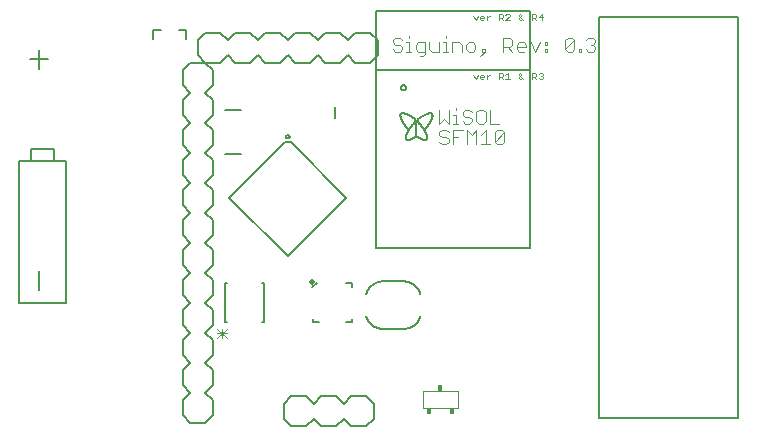
<source format=gto>
G75*
%MOIN*%
%OFA0B0*%
%FSLAX25Y25*%
%IPPOS*%
%LPD*%
%AMOC8*
5,1,8,0,0,1.08239X$1,22.5*
%
%ADD10C,0.00400*%
%ADD11C,0.00500*%
%ADD12C,0.00800*%
%ADD13C,0.02000*%
%ADD14C,0.00200*%
%ADD15C,0.00394*%
%ADD16R,0.01575X0.01969*%
%ADD17C,0.00600*%
%ADD18C,0.00300*%
D10*
X0169298Y0106011D02*
X0170066Y0105243D01*
X0171600Y0105243D01*
X0172368Y0106011D01*
X0172368Y0106778D01*
X0171600Y0107545D01*
X0170066Y0107545D01*
X0169298Y0108313D01*
X0169298Y0109080D01*
X0170066Y0109847D01*
X0171600Y0109847D01*
X0172368Y0109080D01*
X0173902Y0109847D02*
X0176972Y0109847D01*
X0178506Y0109847D02*
X0180041Y0108313D01*
X0181576Y0109847D01*
X0181576Y0105243D01*
X0183110Y0105243D02*
X0186179Y0105243D01*
X0184645Y0105243D02*
X0184645Y0109847D01*
X0183110Y0108313D01*
X0187714Y0109080D02*
X0188481Y0109847D01*
X0190016Y0109847D01*
X0190783Y0109080D01*
X0187714Y0106011D01*
X0188481Y0105243D01*
X0190016Y0105243D01*
X0190783Y0106011D01*
X0190783Y0109080D01*
X0187714Y0109080D02*
X0187714Y0106011D01*
X0178506Y0105243D02*
X0178506Y0109847D01*
X0177739Y0111936D02*
X0176972Y0112704D01*
X0177739Y0111936D02*
X0179274Y0111936D01*
X0180041Y0112704D01*
X0180041Y0113471D01*
X0179274Y0114238D01*
X0177739Y0114238D01*
X0176972Y0115005D01*
X0176972Y0115773D01*
X0177739Y0116540D01*
X0179274Y0116540D01*
X0180041Y0115773D01*
X0181576Y0115773D02*
X0181576Y0112704D01*
X0182343Y0111936D01*
X0183878Y0111936D01*
X0184645Y0112704D01*
X0184645Y0115773D01*
X0183878Y0116540D01*
X0182343Y0116540D01*
X0181576Y0115773D01*
X0186179Y0116540D02*
X0186179Y0111936D01*
X0189249Y0111936D01*
X0175437Y0111936D02*
X0173902Y0111936D01*
X0174670Y0111936D02*
X0174670Y0115005D01*
X0173902Y0115005D01*
X0174670Y0116540D02*
X0174670Y0117307D01*
X0172368Y0116540D02*
X0172368Y0111936D01*
X0170833Y0113471D01*
X0169298Y0111936D01*
X0169298Y0116540D01*
X0173902Y0109847D02*
X0173902Y0105243D01*
X0173902Y0107545D02*
X0175437Y0107545D01*
X0182827Y0134417D02*
X0184361Y0135952D01*
X0183594Y0135952D01*
X0183594Y0136719D01*
X0184361Y0136719D01*
X0184361Y0135952D01*
X0181292Y0136719D02*
X0181292Y0138254D01*
X0180525Y0139021D01*
X0178990Y0139021D01*
X0178223Y0138254D01*
X0178223Y0136719D01*
X0178990Y0135952D01*
X0180525Y0135952D01*
X0181292Y0136719D01*
X0176688Y0135952D02*
X0176688Y0138254D01*
X0175921Y0139021D01*
X0173619Y0139021D01*
X0173619Y0135952D01*
X0172084Y0135952D02*
X0170550Y0135952D01*
X0171317Y0135952D02*
X0171317Y0139021D01*
X0170550Y0139021D01*
X0169015Y0139021D02*
X0169015Y0135952D01*
X0166713Y0135952D01*
X0165946Y0136719D01*
X0165946Y0139021D01*
X0164411Y0139021D02*
X0162109Y0139021D01*
X0161342Y0138254D01*
X0161342Y0136719D01*
X0162109Y0135952D01*
X0164411Y0135952D01*
X0164411Y0135185D02*
X0164411Y0139021D01*
X0159040Y0139021D02*
X0159040Y0135952D01*
X0159807Y0135952D02*
X0158272Y0135952D01*
X0156738Y0136719D02*
X0156738Y0137487D01*
X0155970Y0138254D01*
X0154436Y0138254D01*
X0153669Y0139021D01*
X0153669Y0139789D01*
X0154436Y0140556D01*
X0155970Y0140556D01*
X0156738Y0139789D01*
X0158272Y0139021D02*
X0159040Y0139021D01*
X0159040Y0140556D02*
X0159040Y0141323D01*
X0156738Y0136719D02*
X0155970Y0135952D01*
X0154436Y0135952D01*
X0153669Y0136719D01*
X0162876Y0134417D02*
X0163644Y0134417D01*
X0164411Y0135185D01*
X0171317Y0140556D02*
X0171317Y0141323D01*
X0190500Y0140556D02*
X0190500Y0135952D01*
X0190500Y0137487D02*
X0192802Y0137487D01*
X0193569Y0138254D01*
X0193569Y0139789D01*
X0192802Y0140556D01*
X0190500Y0140556D01*
X0192035Y0137487D02*
X0193569Y0135952D01*
X0195104Y0136719D02*
X0195104Y0138254D01*
X0195871Y0139021D01*
X0197406Y0139021D01*
X0198173Y0138254D01*
X0198173Y0137487D01*
X0195104Y0137487D01*
X0195104Y0136719D02*
X0195871Y0135952D01*
X0197406Y0135952D01*
X0201242Y0135952D02*
X0202777Y0139021D01*
X0204312Y0139021D02*
X0204312Y0138254D01*
X0205079Y0138254D01*
X0205079Y0139021D01*
X0204312Y0139021D01*
X0201242Y0135952D02*
X0199708Y0139021D01*
X0204312Y0136719D02*
X0204312Y0135952D01*
X0205079Y0135952D01*
X0205079Y0136719D01*
X0204312Y0136719D01*
X0211218Y0136719D02*
X0214287Y0139789D01*
X0214287Y0136719D01*
X0213520Y0135952D01*
X0211985Y0135952D01*
X0211218Y0136719D01*
X0211218Y0139789D01*
X0211985Y0140556D01*
X0213520Y0140556D01*
X0214287Y0139789D01*
X0218123Y0139789D02*
X0218891Y0140556D01*
X0220425Y0140556D01*
X0221193Y0139789D01*
X0221193Y0139021D01*
X0220425Y0138254D01*
X0221193Y0137487D01*
X0221193Y0136719D01*
X0220425Y0135952D01*
X0218891Y0135952D01*
X0218123Y0136719D01*
X0216589Y0136719D02*
X0216589Y0135952D01*
X0215821Y0135952D01*
X0215821Y0136719D01*
X0216589Y0136719D01*
X0219658Y0138254D02*
X0220425Y0138254D01*
D11*
X0222366Y0147563D02*
X0268823Y0147563D01*
X0268823Y0013705D01*
X0222366Y0013705D01*
X0222366Y0147563D01*
X0199413Y0149531D02*
X0199413Y0129846D01*
X0199413Y0070398D01*
X0148232Y0070398D01*
X0148232Y0129846D01*
X0148232Y0149531D01*
X0199413Y0149531D01*
X0199413Y0129846D02*
X0148232Y0129846D01*
X0156407Y0123941D02*
X0156409Y0124000D01*
X0156415Y0124058D01*
X0156425Y0124116D01*
X0156438Y0124173D01*
X0156456Y0124230D01*
X0156477Y0124285D01*
X0156502Y0124338D01*
X0156530Y0124389D01*
X0156561Y0124439D01*
X0156596Y0124486D01*
X0156634Y0124531D01*
X0156675Y0124574D01*
X0156719Y0124613D01*
X0156765Y0124649D01*
X0156813Y0124683D01*
X0156864Y0124713D01*
X0156917Y0124739D01*
X0156971Y0124762D01*
X0157026Y0124781D01*
X0157083Y0124797D01*
X0157141Y0124809D01*
X0157199Y0124817D01*
X0157258Y0124821D01*
X0157316Y0124821D01*
X0157375Y0124817D01*
X0157433Y0124809D01*
X0157491Y0124797D01*
X0157548Y0124781D01*
X0157603Y0124762D01*
X0157657Y0124739D01*
X0157710Y0124713D01*
X0157761Y0124683D01*
X0157809Y0124649D01*
X0157855Y0124613D01*
X0157899Y0124574D01*
X0157940Y0124531D01*
X0157978Y0124486D01*
X0158013Y0124439D01*
X0158044Y0124389D01*
X0158072Y0124338D01*
X0158097Y0124285D01*
X0158118Y0124230D01*
X0158136Y0124173D01*
X0158149Y0124116D01*
X0158159Y0124058D01*
X0158165Y0124000D01*
X0158167Y0123941D01*
X0158165Y0123882D01*
X0158159Y0123824D01*
X0158149Y0123766D01*
X0158136Y0123709D01*
X0158118Y0123652D01*
X0158097Y0123597D01*
X0158072Y0123544D01*
X0158044Y0123493D01*
X0158013Y0123443D01*
X0157978Y0123396D01*
X0157940Y0123351D01*
X0157899Y0123308D01*
X0157855Y0123269D01*
X0157809Y0123233D01*
X0157761Y0123199D01*
X0157710Y0123169D01*
X0157657Y0123143D01*
X0157603Y0123120D01*
X0157548Y0123101D01*
X0157491Y0123085D01*
X0157433Y0123073D01*
X0157375Y0123065D01*
X0157316Y0123061D01*
X0157258Y0123061D01*
X0157199Y0123065D01*
X0157141Y0123073D01*
X0157083Y0123085D01*
X0157026Y0123101D01*
X0156971Y0123120D01*
X0156917Y0123143D01*
X0156864Y0123169D01*
X0156813Y0123199D01*
X0156765Y0123233D01*
X0156719Y0123269D01*
X0156675Y0123308D01*
X0156634Y0123351D01*
X0156596Y0123396D01*
X0156561Y0123443D01*
X0156530Y0123493D01*
X0156502Y0123544D01*
X0156477Y0123597D01*
X0156456Y0123652D01*
X0156438Y0123709D01*
X0156425Y0123766D01*
X0156415Y0123824D01*
X0156409Y0123882D01*
X0156407Y0123941D01*
X0166140Y0112456D02*
X0165989Y0112209D01*
X0165833Y0111966D01*
X0165671Y0111726D01*
X0165504Y0111490D01*
X0165332Y0111257D01*
X0165154Y0111029D01*
X0164972Y0110805D01*
X0164784Y0110585D01*
X0164591Y0110369D01*
X0164394Y0110157D01*
X0164191Y0109951D01*
X0162386Y0112178D02*
X0161829Y0112734D01*
X0161618Y0112917D02*
X0161618Y0107799D01*
X0158066Y0107723D02*
X0158052Y0107663D01*
X0158042Y0107601D01*
X0158035Y0107539D01*
X0158031Y0107476D01*
X0158031Y0107414D01*
X0158035Y0107351D01*
X0158042Y0107289D01*
X0158052Y0107227D01*
X0158066Y0107167D01*
X0158067Y0107167D02*
X0158082Y0107114D01*
X0158102Y0107063D01*
X0158125Y0107013D01*
X0158151Y0106965D01*
X0158181Y0106918D01*
X0158214Y0106874D01*
X0158250Y0106833D01*
X0158289Y0106794D01*
X0158330Y0106758D01*
X0158374Y0106725D01*
X0158421Y0106695D01*
X0158469Y0106669D01*
X0158519Y0106646D01*
X0158570Y0106626D01*
X0158623Y0106611D01*
X0164891Y0108559D02*
X0164945Y0108423D01*
X0164997Y0108285D01*
X0165045Y0108146D01*
X0165089Y0108006D01*
X0165131Y0107866D01*
X0165169Y0107724D01*
X0165169Y0107167D02*
X0165154Y0107114D01*
X0165134Y0107063D01*
X0165111Y0107013D01*
X0165085Y0106965D01*
X0165055Y0106918D01*
X0165022Y0106874D01*
X0164986Y0106833D01*
X0164947Y0106794D01*
X0164906Y0106758D01*
X0164862Y0106725D01*
X0164815Y0106695D01*
X0164767Y0106669D01*
X0164717Y0106646D01*
X0164666Y0106626D01*
X0164613Y0106611D01*
X0158345Y0108559D02*
X0158291Y0108423D01*
X0158239Y0108285D01*
X0158191Y0108146D01*
X0158147Y0108006D01*
X0158105Y0107866D01*
X0158067Y0107724D01*
X0158624Y0106609D02*
X0158684Y0106595D01*
X0158746Y0106585D01*
X0158808Y0106578D01*
X0158871Y0106574D01*
X0158933Y0106574D01*
X0158996Y0106578D01*
X0159058Y0106585D01*
X0159120Y0106595D01*
X0159180Y0106609D01*
X0164335Y0109672D02*
X0164439Y0109493D01*
X0164538Y0109310D01*
X0164633Y0109126D01*
X0164724Y0108939D01*
X0164810Y0108750D01*
X0164892Y0108559D01*
X0164612Y0106609D02*
X0164552Y0106595D01*
X0164490Y0106585D01*
X0164428Y0106578D01*
X0164365Y0106574D01*
X0164303Y0106574D01*
X0164240Y0106578D01*
X0164178Y0106585D01*
X0164116Y0106595D01*
X0164056Y0106609D01*
X0165170Y0107167D02*
X0165184Y0107227D01*
X0165194Y0107289D01*
X0165201Y0107351D01*
X0165205Y0107414D01*
X0165205Y0107476D01*
X0165201Y0107539D01*
X0165194Y0107601D01*
X0165184Y0107663D01*
X0165170Y0107723D01*
X0158902Y0109672D02*
X0158798Y0109493D01*
X0158699Y0109310D01*
X0158604Y0109126D01*
X0158513Y0108939D01*
X0158427Y0108750D01*
X0158345Y0108559D01*
X0158210Y0115240D02*
X0158074Y0115294D01*
X0157936Y0115346D01*
X0157797Y0115394D01*
X0157657Y0115438D01*
X0157517Y0115480D01*
X0157375Y0115518D01*
X0156818Y0115518D02*
X0156765Y0115503D01*
X0156714Y0115483D01*
X0156664Y0115460D01*
X0156616Y0115434D01*
X0156569Y0115404D01*
X0156525Y0115371D01*
X0156484Y0115335D01*
X0156445Y0115296D01*
X0156409Y0115255D01*
X0156376Y0115211D01*
X0156346Y0115164D01*
X0156320Y0115116D01*
X0156297Y0115066D01*
X0156277Y0115015D01*
X0156262Y0114962D01*
X0156818Y0115519D02*
X0156878Y0115533D01*
X0156940Y0115543D01*
X0157002Y0115550D01*
X0157065Y0115554D01*
X0157127Y0115554D01*
X0157190Y0115550D01*
X0157252Y0115543D01*
X0157314Y0115533D01*
X0157374Y0115519D01*
X0156260Y0114961D02*
X0156246Y0114901D01*
X0156236Y0114839D01*
X0156229Y0114777D01*
X0156225Y0114714D01*
X0156225Y0114652D01*
X0156229Y0114589D01*
X0156236Y0114527D01*
X0156246Y0114465D01*
X0156260Y0114405D01*
X0159180Y0106610D02*
X0159322Y0106648D01*
X0159462Y0106690D01*
X0159602Y0106734D01*
X0159741Y0106782D01*
X0159879Y0106834D01*
X0160015Y0106888D01*
X0159323Y0114683D02*
X0159144Y0114787D01*
X0158961Y0114886D01*
X0158777Y0114981D01*
X0158590Y0115072D01*
X0158401Y0115158D01*
X0158210Y0115240D01*
X0166140Y0112456D02*
X0166244Y0112635D01*
X0166343Y0112818D01*
X0166438Y0113002D01*
X0166529Y0113189D01*
X0166615Y0113378D01*
X0166697Y0113569D01*
X0166418Y0115519D02*
X0166358Y0115533D01*
X0166296Y0115543D01*
X0166234Y0115550D01*
X0166171Y0115554D01*
X0166109Y0115554D01*
X0166046Y0115550D01*
X0165984Y0115543D01*
X0165922Y0115533D01*
X0165862Y0115519D01*
X0166418Y0115518D02*
X0166471Y0115503D01*
X0166522Y0115483D01*
X0166572Y0115460D01*
X0166620Y0115434D01*
X0166667Y0115404D01*
X0166711Y0115371D01*
X0166752Y0115335D01*
X0166791Y0115296D01*
X0166827Y0115255D01*
X0166860Y0115211D01*
X0166890Y0115164D01*
X0166916Y0115116D01*
X0166939Y0115066D01*
X0166959Y0115015D01*
X0166974Y0114962D01*
X0166976Y0114961D02*
X0166990Y0114901D01*
X0167000Y0114839D01*
X0167007Y0114777D01*
X0167011Y0114714D01*
X0167011Y0114652D01*
X0167007Y0114589D01*
X0167000Y0114527D01*
X0166990Y0114465D01*
X0166976Y0114405D01*
X0164056Y0106610D02*
X0163914Y0106648D01*
X0163774Y0106690D01*
X0163634Y0106734D01*
X0163495Y0106782D01*
X0163357Y0106834D01*
X0163221Y0106888D01*
X0165026Y0115240D02*
X0165162Y0115294D01*
X0165300Y0115346D01*
X0165439Y0115394D01*
X0165579Y0115438D01*
X0165719Y0115480D01*
X0165861Y0115518D01*
X0157096Y0112456D02*
X0156992Y0112635D01*
X0156893Y0112818D01*
X0156798Y0113002D01*
X0156707Y0113189D01*
X0156621Y0113378D01*
X0156539Y0113569D01*
X0160850Y0112178D02*
X0161407Y0112734D01*
X0166697Y0113570D02*
X0166751Y0113706D01*
X0166803Y0113844D01*
X0166851Y0113983D01*
X0166895Y0114123D01*
X0166937Y0114263D01*
X0166975Y0114405D01*
X0163221Y0106888D02*
X0162960Y0107031D01*
X0162703Y0107180D01*
X0162450Y0107336D01*
X0162200Y0107497D01*
X0161955Y0107665D01*
X0161713Y0107839D01*
X0163913Y0114684D02*
X0164092Y0114788D01*
X0164275Y0114887D01*
X0164459Y0114982D01*
X0164646Y0115073D01*
X0164835Y0115159D01*
X0165026Y0115241D01*
X0156540Y0113570D02*
X0156486Y0113706D01*
X0156434Y0113844D01*
X0156386Y0113983D01*
X0156342Y0114123D01*
X0156300Y0114263D01*
X0156262Y0114405D01*
X0160015Y0106889D02*
X0160275Y0107032D01*
X0160532Y0107181D01*
X0160786Y0107337D01*
X0161035Y0107498D01*
X0161281Y0107666D01*
X0161522Y0107839D01*
X0164335Y0109673D02*
X0164184Y0109919D01*
X0164028Y0110163D01*
X0163866Y0110403D01*
X0163699Y0110639D01*
X0163527Y0110871D01*
X0163349Y0111100D01*
X0163166Y0111324D01*
X0162979Y0111544D01*
X0162786Y0111760D01*
X0162588Y0111971D01*
X0162386Y0112178D01*
X0159045Y0109950D02*
X0158843Y0110157D01*
X0158645Y0110368D01*
X0158452Y0110584D01*
X0158265Y0110804D01*
X0158082Y0111028D01*
X0157904Y0111257D01*
X0157732Y0111489D01*
X0157565Y0111725D01*
X0157403Y0111965D01*
X0157247Y0112209D01*
X0157096Y0112455D01*
X0159323Y0114683D02*
X0159570Y0114532D01*
X0159813Y0114376D01*
X0160053Y0114214D01*
X0160289Y0114047D01*
X0160522Y0113875D01*
X0160750Y0113697D01*
X0160974Y0113515D01*
X0161194Y0113327D01*
X0161410Y0113134D01*
X0161622Y0112937D01*
X0161828Y0112734D01*
X0161407Y0112734D02*
X0161614Y0112936D01*
X0161825Y0113134D01*
X0162041Y0113327D01*
X0162261Y0113514D01*
X0162485Y0113697D01*
X0162714Y0113875D01*
X0162946Y0114047D01*
X0163182Y0114214D01*
X0163422Y0114376D01*
X0163666Y0114532D01*
X0163912Y0114683D01*
X0160851Y0112177D02*
X0160648Y0111971D01*
X0160451Y0111759D01*
X0160258Y0111543D01*
X0160070Y0111323D01*
X0159888Y0111099D01*
X0159710Y0110871D01*
X0159538Y0110638D01*
X0159371Y0110402D01*
X0159209Y0110162D01*
X0159053Y0109919D01*
X0158902Y0109672D01*
X0134404Y0113916D02*
X0134404Y0117666D01*
X0044807Y0099531D02*
X0044807Y0052287D01*
X0029059Y0052287D01*
X0029059Y0099531D01*
X0032996Y0099531D01*
X0032996Y0103469D01*
X0040870Y0103469D01*
X0040870Y0099531D01*
X0044807Y0099531D01*
X0040870Y0099531D02*
X0032996Y0099531D01*
D12*
X0083705Y0014709D02*
X0086205Y0012209D01*
X0091205Y0012209D01*
X0093705Y0014709D01*
X0093705Y0019709D01*
X0091205Y0022209D01*
X0093705Y0024709D01*
X0093705Y0029709D01*
X0091205Y0032209D01*
X0093705Y0034709D01*
X0093705Y0039709D01*
X0091205Y0042209D01*
X0093705Y0044709D01*
X0093705Y0049709D01*
X0091205Y0052209D01*
X0093705Y0054709D01*
X0093705Y0059709D01*
X0091205Y0062209D01*
X0093705Y0064709D01*
X0093705Y0069709D01*
X0091205Y0072209D01*
X0093705Y0074709D01*
X0093705Y0079709D01*
X0091205Y0082209D01*
X0093705Y0084709D01*
X0093705Y0089709D01*
X0091205Y0092209D01*
X0093705Y0094709D01*
X0093705Y0099709D01*
X0091205Y0102209D01*
X0093705Y0104709D01*
X0093705Y0109709D01*
X0091205Y0112209D01*
X0093705Y0114709D01*
X0093705Y0119709D01*
X0091205Y0122209D01*
X0093705Y0124709D01*
X0093705Y0129709D01*
X0091205Y0132209D01*
X0086205Y0132209D01*
X0083705Y0129709D01*
X0083705Y0124709D01*
X0086205Y0122209D01*
X0083705Y0119709D01*
X0083705Y0114709D01*
X0086205Y0112209D01*
X0083705Y0109709D01*
X0083705Y0104709D01*
X0086205Y0102209D01*
X0083705Y0099709D01*
X0083705Y0094709D01*
X0086205Y0092209D01*
X0083705Y0089709D01*
X0083705Y0084709D01*
X0086205Y0082209D01*
X0083705Y0079709D01*
X0083705Y0074709D01*
X0086205Y0072209D01*
X0083705Y0069709D01*
X0083705Y0064709D01*
X0086205Y0062209D01*
X0083705Y0059709D01*
X0083705Y0054709D01*
X0086205Y0052209D01*
X0083705Y0049709D01*
X0083705Y0044709D01*
X0086205Y0042209D01*
X0083705Y0039709D01*
X0083705Y0034709D01*
X0086205Y0032209D01*
X0083705Y0029709D01*
X0083705Y0024709D01*
X0086205Y0022209D01*
X0083705Y0019709D01*
X0083705Y0014709D01*
X0117366Y0013567D02*
X0119866Y0011067D01*
X0124866Y0011067D01*
X0127366Y0013567D01*
X0129866Y0011067D01*
X0134866Y0011067D01*
X0137366Y0013567D01*
X0139866Y0011067D01*
X0144866Y0011067D01*
X0147366Y0013567D01*
X0147366Y0018567D01*
X0144866Y0021067D01*
X0139866Y0021067D01*
X0137366Y0018567D01*
X0134866Y0021067D01*
X0129866Y0021067D01*
X0127366Y0018567D01*
X0124866Y0021067D01*
X0119866Y0021067D01*
X0117366Y0018567D01*
X0117366Y0013567D01*
X0149925Y0043626D02*
X0157799Y0043626D01*
X0157948Y0043639D01*
X0158097Y0043655D01*
X0158245Y0043675D01*
X0158392Y0043699D01*
X0158539Y0043727D01*
X0158685Y0043758D01*
X0158830Y0043794D01*
X0158975Y0043833D01*
X0159118Y0043877D01*
X0159260Y0043924D01*
X0159400Y0043974D01*
X0159539Y0044029D01*
X0159677Y0044087D01*
X0159813Y0044148D01*
X0159948Y0044214D01*
X0160081Y0044282D01*
X0160211Y0044354D01*
X0160340Y0044430D01*
X0160467Y0044509D01*
X0160592Y0044592D01*
X0160715Y0044677D01*
X0160835Y0044766D01*
X0160953Y0044858D01*
X0161068Y0044953D01*
X0161181Y0045051D01*
X0161291Y0045152D01*
X0161398Y0045256D01*
X0161503Y0045363D01*
X0161605Y0045472D01*
X0161704Y0045584D01*
X0161800Y0045699D01*
X0161893Y0045816D01*
X0161983Y0045935D01*
X0162069Y0046057D01*
X0162152Y0046181D01*
X0162233Y0046307D01*
X0162309Y0046436D01*
X0162382Y0046566D01*
X0162452Y0046698D01*
X0162519Y0046832D01*
X0162581Y0046968D01*
X0162640Y0047105D01*
X0162696Y0047244D01*
X0162748Y0047384D01*
X0162796Y0047526D01*
X0162840Y0047668D01*
X0162881Y0047812D01*
X0162917Y0047957D01*
X0162917Y0055044D02*
X0162881Y0055189D01*
X0162840Y0055332D01*
X0162796Y0055475D01*
X0162748Y0055617D01*
X0162696Y0055757D01*
X0162640Y0055896D01*
X0162581Y0056033D01*
X0162519Y0056169D01*
X0162452Y0056303D01*
X0162383Y0056435D01*
X0162309Y0056565D01*
X0162233Y0056694D01*
X0162153Y0056820D01*
X0162069Y0056944D01*
X0161983Y0057066D01*
X0161893Y0057185D01*
X0161800Y0057302D01*
X0161704Y0057417D01*
X0161605Y0057529D01*
X0161503Y0057638D01*
X0161399Y0057745D01*
X0161291Y0057849D01*
X0161181Y0057950D01*
X0161068Y0058048D01*
X0160953Y0058143D01*
X0160835Y0058235D01*
X0160715Y0058324D01*
X0160592Y0058410D01*
X0160467Y0058492D01*
X0160340Y0058571D01*
X0160211Y0058647D01*
X0160081Y0058719D01*
X0159948Y0058788D01*
X0159813Y0058853D01*
X0159677Y0058914D01*
X0159539Y0058972D01*
X0159400Y0059027D01*
X0159259Y0059077D01*
X0159118Y0059124D01*
X0158974Y0059168D01*
X0158830Y0059207D01*
X0158685Y0059243D01*
X0158539Y0059274D01*
X0158392Y0059302D01*
X0158245Y0059326D01*
X0158096Y0059346D01*
X0157948Y0059362D01*
X0157799Y0059375D01*
X0157799Y0059374D02*
X0149925Y0059374D01*
X0149776Y0059361D01*
X0149627Y0059345D01*
X0149479Y0059325D01*
X0149332Y0059301D01*
X0149185Y0059273D01*
X0149039Y0059242D01*
X0148894Y0059206D01*
X0148749Y0059167D01*
X0148606Y0059123D01*
X0148464Y0059076D01*
X0148324Y0059026D01*
X0148185Y0058971D01*
X0148047Y0058913D01*
X0147911Y0058852D01*
X0147776Y0058786D01*
X0147643Y0058718D01*
X0147513Y0058646D01*
X0147384Y0058570D01*
X0147257Y0058491D01*
X0147132Y0058408D01*
X0147009Y0058323D01*
X0146889Y0058234D01*
X0146771Y0058142D01*
X0146656Y0058047D01*
X0146543Y0057949D01*
X0146433Y0057848D01*
X0146326Y0057744D01*
X0146221Y0057637D01*
X0146119Y0057528D01*
X0146020Y0057416D01*
X0145924Y0057301D01*
X0145831Y0057184D01*
X0145741Y0057065D01*
X0145655Y0056943D01*
X0145572Y0056819D01*
X0145491Y0056693D01*
X0145415Y0056564D01*
X0145342Y0056434D01*
X0145272Y0056302D01*
X0145205Y0056168D01*
X0145143Y0056032D01*
X0145084Y0055895D01*
X0145028Y0055756D01*
X0144976Y0055616D01*
X0144928Y0055474D01*
X0144884Y0055332D01*
X0144843Y0055188D01*
X0144807Y0055043D01*
X0140099Y0057600D02*
X0140099Y0058703D01*
X0138099Y0058703D01*
X0128302Y0059000D02*
X0126902Y0057600D01*
X0127299Y0046806D02*
X0127299Y0045703D01*
X0129299Y0045703D01*
X0138099Y0045703D02*
X0140099Y0045703D01*
X0140099Y0046806D01*
X0144807Y0047956D02*
X0144843Y0047811D01*
X0144884Y0047668D01*
X0144928Y0047525D01*
X0144976Y0047383D01*
X0145028Y0047243D01*
X0145084Y0047104D01*
X0145143Y0046967D01*
X0145205Y0046831D01*
X0145272Y0046697D01*
X0145341Y0046565D01*
X0145415Y0046435D01*
X0145491Y0046306D01*
X0145571Y0046180D01*
X0145655Y0046056D01*
X0145741Y0045934D01*
X0145831Y0045815D01*
X0145924Y0045698D01*
X0146020Y0045583D01*
X0146119Y0045471D01*
X0146221Y0045362D01*
X0146325Y0045255D01*
X0146433Y0045151D01*
X0146543Y0045050D01*
X0146656Y0044952D01*
X0146771Y0044857D01*
X0146889Y0044765D01*
X0147009Y0044676D01*
X0147132Y0044590D01*
X0147257Y0044508D01*
X0147384Y0044429D01*
X0147513Y0044353D01*
X0147643Y0044281D01*
X0147776Y0044212D01*
X0147911Y0044147D01*
X0148047Y0044086D01*
X0148185Y0044028D01*
X0148324Y0043973D01*
X0148465Y0043923D01*
X0148606Y0043876D01*
X0148750Y0043832D01*
X0148894Y0043793D01*
X0149039Y0043757D01*
X0149185Y0043726D01*
X0149332Y0043698D01*
X0149479Y0043674D01*
X0149628Y0043654D01*
X0149776Y0043638D01*
X0149925Y0043625D01*
X0118705Y0067694D02*
X0099190Y0087209D01*
X0117716Y0105735D01*
X0119693Y0105735D01*
X0138220Y0087209D01*
X0118705Y0067694D01*
X0102995Y0101899D02*
X0097877Y0101899D01*
X0118175Y0107644D02*
X0118177Y0107693D01*
X0118183Y0107741D01*
X0118193Y0107789D01*
X0118207Y0107836D01*
X0118224Y0107882D01*
X0118245Y0107926D01*
X0118270Y0107968D01*
X0118298Y0108008D01*
X0118330Y0108046D01*
X0118364Y0108081D01*
X0118401Y0108113D01*
X0118440Y0108142D01*
X0118482Y0108168D01*
X0118526Y0108190D01*
X0118571Y0108208D01*
X0118618Y0108223D01*
X0118665Y0108234D01*
X0118714Y0108241D01*
X0118763Y0108244D01*
X0118812Y0108243D01*
X0118860Y0108238D01*
X0118909Y0108229D01*
X0118956Y0108216D01*
X0119002Y0108199D01*
X0119046Y0108179D01*
X0119089Y0108155D01*
X0119130Y0108128D01*
X0119168Y0108097D01*
X0119204Y0108064D01*
X0119236Y0108028D01*
X0119266Y0107989D01*
X0119293Y0107948D01*
X0119316Y0107904D01*
X0119335Y0107859D01*
X0119351Y0107813D01*
X0119363Y0107766D01*
X0119371Y0107717D01*
X0119375Y0107668D01*
X0119375Y0107620D01*
X0119371Y0107571D01*
X0119363Y0107522D01*
X0119351Y0107475D01*
X0119335Y0107429D01*
X0119316Y0107384D01*
X0119293Y0107340D01*
X0119266Y0107299D01*
X0119236Y0107260D01*
X0119204Y0107224D01*
X0119168Y0107191D01*
X0119130Y0107160D01*
X0119089Y0107133D01*
X0119046Y0107109D01*
X0119002Y0107089D01*
X0118956Y0107072D01*
X0118909Y0107059D01*
X0118860Y0107050D01*
X0118812Y0107045D01*
X0118763Y0107044D01*
X0118714Y0107047D01*
X0118665Y0107054D01*
X0118618Y0107065D01*
X0118571Y0107080D01*
X0118526Y0107098D01*
X0118482Y0107120D01*
X0118440Y0107146D01*
X0118401Y0107175D01*
X0118364Y0107207D01*
X0118330Y0107242D01*
X0118298Y0107280D01*
X0118270Y0107320D01*
X0118245Y0107362D01*
X0118224Y0107406D01*
X0118207Y0107452D01*
X0118193Y0107499D01*
X0118183Y0107547D01*
X0118177Y0107595D01*
X0118175Y0107644D01*
X0102995Y0116662D02*
X0097877Y0116662D01*
X0096205Y0132209D02*
X0091205Y0132209D01*
X0088705Y0134709D01*
X0088705Y0139709D01*
X0091205Y0142209D01*
X0096205Y0142209D01*
X0098705Y0139709D01*
X0101205Y0142209D01*
X0106205Y0142209D01*
X0108705Y0139709D01*
X0111205Y0142209D01*
X0116205Y0142209D01*
X0118705Y0139709D01*
X0121205Y0142209D01*
X0126205Y0142209D01*
X0128705Y0139709D01*
X0131205Y0142209D01*
X0136205Y0142209D01*
X0138705Y0139709D01*
X0141205Y0142209D01*
X0146205Y0142209D01*
X0148705Y0139709D01*
X0148705Y0134709D01*
X0146205Y0132209D01*
X0141205Y0132209D01*
X0138705Y0134709D01*
X0136205Y0132209D01*
X0131205Y0132209D01*
X0128705Y0134709D01*
X0126205Y0132209D01*
X0121205Y0132209D01*
X0118705Y0134709D01*
X0116205Y0132209D01*
X0111205Y0132209D01*
X0108705Y0134709D01*
X0106205Y0132209D01*
X0101205Y0132209D01*
X0098705Y0134709D01*
X0096205Y0132209D01*
X0084965Y0140083D02*
X0084965Y0143232D01*
X0082602Y0143232D01*
X0076303Y0143232D02*
X0073941Y0143232D01*
X0073941Y0140083D01*
X0038935Y0133357D02*
X0032797Y0133357D01*
X0035866Y0130287D02*
X0035866Y0136426D01*
X0035866Y0062763D02*
X0035866Y0056624D01*
D13*
X0126705Y0059209D03*
D14*
X0181350Y0126797D02*
X0182084Y0128265D01*
X0182826Y0127898D02*
X0183193Y0128265D01*
X0183927Y0128265D01*
X0184294Y0127898D01*
X0184294Y0127531D01*
X0182826Y0127531D01*
X0182826Y0127164D02*
X0182826Y0127898D01*
X0182826Y0127164D02*
X0183193Y0126797D01*
X0183927Y0126797D01*
X0185036Y0126797D02*
X0185036Y0128265D01*
X0185769Y0128265D02*
X0185036Y0127531D01*
X0185769Y0128265D02*
X0186136Y0128265D01*
X0189087Y0128999D02*
X0189087Y0126797D01*
X0189087Y0127531D02*
X0190188Y0127531D01*
X0190555Y0127898D01*
X0190555Y0128632D01*
X0190188Y0128999D01*
X0189087Y0128999D01*
X0189821Y0127531D02*
X0190555Y0126797D01*
X0191297Y0126797D02*
X0192765Y0126797D01*
X0192031Y0126797D02*
X0192031Y0128999D01*
X0191297Y0128265D01*
X0195717Y0128265D02*
X0197185Y0126797D01*
X0197185Y0127531D02*
X0196451Y0126797D01*
X0196084Y0126797D01*
X0195717Y0127164D01*
X0195717Y0127531D01*
X0196451Y0128265D01*
X0196451Y0128632D01*
X0196084Y0128999D01*
X0195717Y0128632D01*
X0195717Y0128265D01*
X0200136Y0128999D02*
X0200136Y0126797D01*
X0200136Y0127531D02*
X0201237Y0127531D01*
X0201604Y0127898D01*
X0201604Y0128632D01*
X0201237Y0128999D01*
X0200136Y0128999D01*
X0200870Y0127531D02*
X0201604Y0126797D01*
X0202346Y0127164D02*
X0202713Y0126797D01*
X0203447Y0126797D01*
X0203814Y0127164D01*
X0203814Y0127531D01*
X0203447Y0127898D01*
X0203080Y0127898D01*
X0203447Y0127898D02*
X0203814Y0128265D01*
X0203814Y0128632D01*
X0203447Y0128999D01*
X0202713Y0128999D01*
X0202346Y0128632D01*
X0181350Y0126797D02*
X0180616Y0128265D01*
X0181350Y0146482D02*
X0182084Y0147950D01*
X0182826Y0147583D02*
X0182826Y0146849D01*
X0183193Y0146482D01*
X0183927Y0146482D01*
X0184294Y0147216D02*
X0182826Y0147216D01*
X0182826Y0147583D02*
X0183193Y0147950D01*
X0183927Y0147950D01*
X0184294Y0147583D01*
X0184294Y0147216D01*
X0185036Y0147216D02*
X0185769Y0147950D01*
X0186136Y0147950D01*
X0185036Y0147950D02*
X0185036Y0146482D01*
X0181350Y0146482D02*
X0180616Y0147950D01*
X0189087Y0148684D02*
X0189087Y0146482D01*
X0189087Y0147216D02*
X0190188Y0147216D01*
X0190555Y0147583D01*
X0190555Y0148317D01*
X0190188Y0148684D01*
X0189087Y0148684D01*
X0189821Y0147216D02*
X0190555Y0146482D01*
X0191297Y0146482D02*
X0192765Y0147950D01*
X0192765Y0148317D01*
X0192398Y0148684D01*
X0191664Y0148684D01*
X0191297Y0148317D01*
X0191297Y0146482D02*
X0192765Y0146482D01*
X0195717Y0146849D02*
X0195717Y0147216D01*
X0196451Y0147950D01*
X0196451Y0148317D01*
X0196084Y0148684D01*
X0195717Y0148317D01*
X0195717Y0147950D01*
X0197185Y0146482D01*
X0197185Y0147216D02*
X0196451Y0146482D01*
X0196084Y0146482D01*
X0195717Y0146849D01*
X0200136Y0147216D02*
X0201237Y0147216D01*
X0201604Y0147583D01*
X0201604Y0148317D01*
X0201237Y0148684D01*
X0200136Y0148684D01*
X0200136Y0146482D01*
X0200870Y0147216D02*
X0201604Y0146482D01*
X0202346Y0147583D02*
X0203814Y0147583D01*
X0203447Y0148684D02*
X0202346Y0147583D01*
X0203447Y0146482D02*
X0203447Y0148684D01*
D15*
X0175319Y0022957D02*
X0163902Y0022957D01*
X0163902Y0017051D01*
X0175319Y0017051D01*
X0175319Y0022957D01*
D16*
X0169610Y0023941D03*
X0165870Y0016067D03*
X0173350Y0016067D03*
D17*
X0110856Y0045687D02*
X0110156Y0045687D01*
X0110856Y0045687D02*
X0110856Y0058887D01*
X0110156Y0058887D01*
X0098356Y0058887D02*
X0097656Y0058887D01*
X0097656Y0045687D01*
X0098356Y0045687D01*
D18*
X0098422Y0043673D02*
X0095286Y0040537D01*
X0096854Y0040537D02*
X0096854Y0043673D01*
X0095286Y0043673D02*
X0098422Y0040537D01*
X0098422Y0042105D02*
X0095286Y0042105D01*
M02*

</source>
